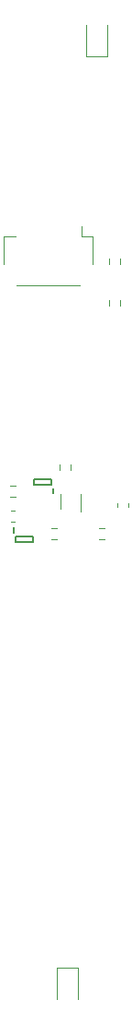
<source format=gbr>
%TF.GenerationSoftware,KiCad,Pcbnew,7.0.5*%
%TF.CreationDate,2023-06-02T13:02:35-04:00*%
%TF.ProjectId,SIDE,53494445-2e6b-4696-9361-645f70636258,rev?*%
%TF.SameCoordinates,Original*%
%TF.FileFunction,Legend,Bot*%
%TF.FilePolarity,Positive*%
%FSLAX46Y46*%
G04 Gerber Fmt 4.6, Leading zero omitted, Abs format (unit mm)*
G04 Created by KiCad (PCBNEW 7.0.5) date 2023-06-02 13:02:35*
%MOMM*%
%LPD*%
G01*
G04 APERTURE LIST*
%ADD10C,0.120000*%
%ADD11C,0.200000*%
G04 APERTURE END LIST*
D10*
%TO.C,R5*%
X156425276Y-97165522D02*
X156934724Y-97165522D01*
X156425276Y-98210522D02*
X156934724Y-98210522D01*
%TO.C,R11*%
X148704724Y-94280522D02*
X148195276Y-94280522D01*
X148704724Y-93235522D02*
X148195276Y-93235522D01*
%TO.C,R2*%
X157307500Y-72972746D02*
X157307500Y-72463298D01*
X158352500Y-72972746D02*
X158352500Y-72463298D01*
D11*
%TO.C,Q2*%
X148530000Y-97108022D02*
X148530000Y-97583022D01*
X150310000Y-97933022D02*
X148710000Y-97933022D01*
X148710000Y-97933022D02*
X148710000Y-98433022D01*
X150310000Y-98433022D02*
X150310000Y-97933022D01*
X148710000Y-98433022D02*
X150310000Y-98433022D01*
D10*
%TO.C,R4*%
X152767500Y-91822746D02*
X152767500Y-91313298D01*
X153812500Y-91822746D02*
X153812500Y-91313298D01*
%TO.C,C2*%
X148303733Y-95538022D02*
X148596267Y-95538022D01*
X148303733Y-96558022D02*
X148596267Y-96558022D01*
%TO.C,R3*%
X157307500Y-76782746D02*
X157307500Y-76273298D01*
X158352500Y-76782746D02*
X158352500Y-76273298D01*
%TO.C,D1*%
X155260000Y-53895522D02*
X155260000Y-51035522D01*
X157180000Y-53895522D02*
X155260000Y-53895522D01*
X157180000Y-51035522D02*
X157180000Y-53895522D01*
%TO.C,U2*%
X154680000Y-95618022D02*
X154680000Y-94068022D01*
X152880000Y-94068022D02*
X152880000Y-95368022D01*
D11*
%TO.C,Q1*%
X152210000Y-93975022D02*
X152210000Y-93500022D01*
X150430000Y-93150022D02*
X152030000Y-93150022D01*
X152030000Y-93150022D02*
X152030000Y-92650022D01*
X150430000Y-92650022D02*
X150430000Y-93150022D01*
X152030000Y-92650022D02*
X150430000Y-92650022D01*
D10*
%TO.C,J4*%
X155830000Y-72933022D02*
X155830000Y-70433022D01*
X155830000Y-70433022D02*
X154780000Y-70433022D01*
X154780000Y-70433022D02*
X154780000Y-69443022D01*
X154660000Y-74903022D02*
X148780000Y-74903022D01*
X147610000Y-72933022D02*
X147610000Y-70433022D01*
X147610000Y-70433022D02*
X148660000Y-70433022D01*
%TO.C,C1*%
X158070000Y-95204289D02*
X158070000Y-94911755D01*
X159090000Y-95204289D02*
X159090000Y-94911755D01*
%TO.C,D2*%
X154460000Y-137478022D02*
X154460000Y-140338022D01*
X152540000Y-137478022D02*
X154460000Y-137478022D01*
X152540000Y-140338022D02*
X152540000Y-137478022D01*
%TO.C,R1*%
X151965276Y-97165522D02*
X152474724Y-97165522D01*
X151965276Y-98210522D02*
X152474724Y-98210522D01*
%TD*%
M02*

</source>
